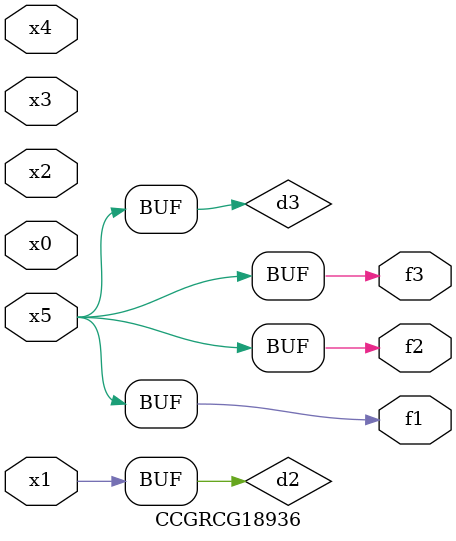
<source format=v>
module CCGRCG18936(
	input x0, x1, x2, x3, x4, x5,
	output f1, f2, f3
);

	wire d1, d2, d3;

	not (d1, x5);
	or (d2, x1);
	xnor (d3, d1);
	assign f1 = d3;
	assign f2 = d3;
	assign f3 = d3;
endmodule

</source>
